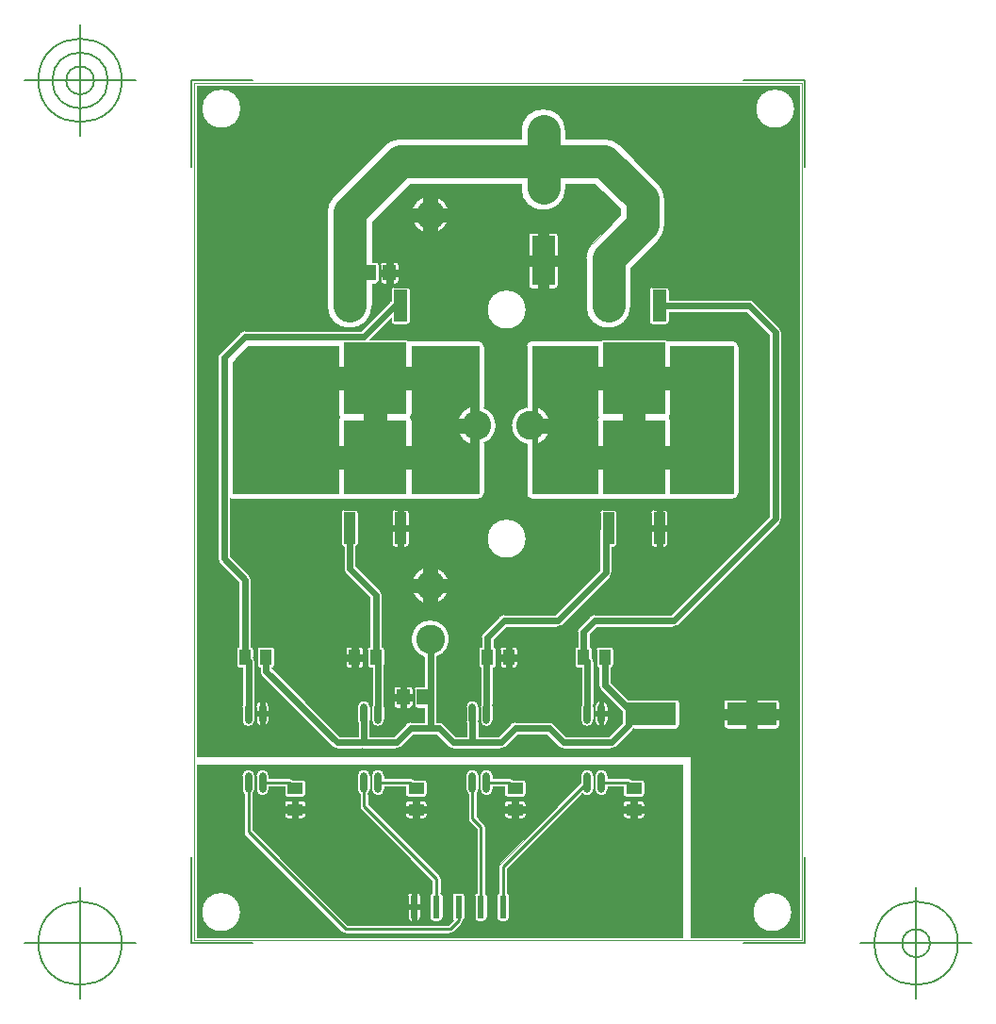
<source format=gbr>
G04 Generated by Ultiboard 14.1 *
%FSLAX34Y34*%
%MOMM*%

%ADD10C,0.0001*%
%ADD11C,0.0010*%
%ADD12C,0.2540*%
%ADD13C,0.6000*%
%ADD14C,3.0000*%
%ADD15C,0.1270*%
%ADD16R,0.6000X2.0000*%
%ADD17R,1.1500X1.4500*%
%ADD18R,1.0500X1.4000*%
%ADD19C,2.6000*%
%ADD20O,0.6500X1.8500*%
%ADD21R,1.4000X1.0500*%
%ADD22R,4.5000X2.1000*%
%ADD23R,1.2500X2.8500*%
%ADD24R,5.5500X6.4000*%
%ADD25R,1.0000X2.8500*%
%ADD26R,5.5500X6.6000*%
%ADD27R,2.1000X4.5000*%


G04 ColorRGB 00FF00 for the following layer *
%LNCopper Top*%
%LPD*%
G54D10*
G36*
X575298Y1249683D02*
X575298Y1249683D01*
X575298Y485157D01*
X477520Y485157D01*
X477520Y647700D01*
X34302Y647700D01*
X34302Y1249683D01*
X575298Y1249683D01*
D02*
G37*
%LPC*%
G36*
X74989Y693991D02*
G74*
D01*
G03X74738Y692320I5431J1671*
G01*
X74738Y692320D01*
X74738Y680320D01*
G75*
D01*
G03X86102Y680320I5682J0*
G01*
X86102Y680320D01*
X86102Y692320D01*
G74*
D01*
G03X85851Y693991I5682J0*
G01*
X85851Y693991D01*
X85851Y733450D01*
G74*
D01*
G03X84937Y736466I5431J0*
G01*
X84937Y736466D01*
X84937Y743600D01*
G74*
D01*
G03X82701Y746010I2417J0*
G01*
X82701Y746010D01*
X82701Y806650D01*
G74*
D01*
G03X81104Y810497I5431J0*
G01*
X81104Y810497D01*
X63851Y827750D01*
X63851Y879387D01*
G75*
D01*
G03X66040Y878886I2189J4533*
G01*
X66040Y878886D01*
X287020Y878886D01*
G75*
D01*
G03X292054Y883920I0J5034*
G01*
X292054Y883920D01*
X292054Y929035D01*
G75*
D01*
G03X292054Y960725I-6174J15845*
G01*
X292054Y960725D01*
X292054Y1016000D01*
G74*
D01*
G03X287020Y1021034I5034J0*
G01*
X287020Y1021034D01*
X223778Y1021034D01*
G74*
D01*
G03X221980Y1021837I1798J1614*
G01*
X221980Y1021837D01*
X188777Y1021837D01*
X208463Y1041523D01*
X208463Y1038170D01*
G75*
D01*
G03X210880Y1035753I2417J0*
G01*
X210880Y1035753D01*
X223380Y1035753D01*
G75*
D01*
G03X225797Y1038170I0J2417*
G01*
X225797Y1038170D01*
X225797Y1066670D01*
G74*
D01*
G03X223380Y1069087I2417J0*
G01*
X223380Y1069087D01*
X210880Y1069087D01*
G75*
D01*
G03X208463Y1066670I0J-2417*
G01*
X208463Y1066670D01*
X208463Y1056796D01*
G74*
D01*
G03X207840Y1056260I3217J4376*
G01*
X207840Y1056260D01*
X181430Y1029851D01*
X77000Y1029851D01*
G75*
D01*
G03X75832Y1029724I0J-5431*
G01*
G74*
D01*
G03X73160Y1028260I1168J5304*
G01*
X73160Y1028260D01*
X54580Y1009680D01*
G75*
D01*
G03X52989Y1005828I3840J-3840*
G01*
X52989Y1005828D01*
X52989Y825509D01*
G75*
D01*
G03X54580Y821660I5431J-9*
G01*
X54580Y821660D01*
X71839Y804400D01*
X71839Y746010D01*
G74*
D01*
G03X69603Y743600I181J2410*
G01*
X69603Y743600D01*
X69603Y729600D01*
G75*
D01*
G03X72020Y727183I2417J0*
G01*
X72020Y727183D01*
X74989Y727183D01*
X74989Y693991D01*
D02*
G37*
G36*
X325338Y1209040D02*
X325338Y1209040D01*
X325338Y1202342D01*
X217040Y1202342D01*
G75*
D01*
G03X215755Y1202301I0J-20102*
G01*
G74*
D01*
G03X202826Y1196454I1285J20061*
G01*
X202826Y1196454D01*
X198807Y1192435D01*
X157116Y1150744D01*
G75*
D01*
G03X151228Y1136504I14214J-14214*
G01*
X151228Y1136504D01*
X151228Y1052420D01*
G75*
D01*
G03X191432Y1052420I20102J0*
G01*
X191432Y1052420D01*
X191432Y1072373D01*
X194870Y1072373D01*
G75*
D01*
G03X197287Y1074790I0J2417*
G01*
X197287Y1074790D01*
X197287Y1089290D01*
G74*
D01*
G03X194870Y1091707I2417J0*
G01*
X194870Y1091707D01*
X191432Y1091707D01*
X191432Y1128204D01*
X225366Y1162138D01*
X325338Y1162138D01*
X325338Y1158240D01*
G75*
D01*
G03X365542Y1158240I20102J0*
G01*
X365542Y1158240D01*
X365542Y1162138D01*
X391854Y1162138D01*
X414238Y1139754D01*
X414238Y1133546D01*
X389606Y1108914D01*
G75*
D01*
G03X383718Y1094679I14214J-14214*
G01*
X383718Y1094679D01*
X383718Y1052420D01*
G75*
D01*
G03X423922Y1052420I20102J0*
G01*
X423922Y1052420D01*
X423922Y1086374D01*
X448542Y1110994D01*
G75*
D01*
G03X454442Y1125220I-14202J14226*
G01*
X454442Y1125220D01*
X454442Y1148080D01*
G74*
D01*
G03X448542Y1162306I20102J0*
G01*
X448542Y1162306D01*
X418413Y1192435D01*
X414406Y1196442D01*
G74*
D01*
G03X400180Y1202342I14226J14202*
G01*
X400180Y1202342D01*
X365542Y1202342D01*
X365542Y1209040D01*
G75*
D01*
G03X325338Y1209040I-20102J0*
G01*
D02*
G37*
G36*
X300550Y727183D02*
G75*
D01*
G03X302967Y729600I0J2417*
G01*
X302967Y729600D01*
X302967Y743600D01*
G74*
D01*
G03X300731Y746010I2417J0*
G01*
X300731Y746010D01*
X300731Y752790D01*
X312130Y764189D01*
X358140Y764189D01*
G74*
D01*
G03X361987Y765786I0J5431*
G01*
X361987Y765786D01*
X405154Y808953D01*
G75*
D01*
G03X406751Y812800I-3834J3847*
G01*
X406751Y812800D01*
X406751Y835913D01*
X408820Y835913D01*
G75*
D01*
G03X411237Y838330I0J2417*
G01*
X411237Y838330D01*
X411237Y866830D01*
G74*
D01*
G03X408820Y869247I2417J0*
G01*
X408820Y869247D01*
X398820Y869247D01*
G75*
D01*
G03X396403Y866830I0J-2417*
G01*
X396403Y866830D01*
X396403Y852387D01*
G75*
D01*
G03X395889Y850073I4917J-2307*
G01*
X395889Y850073D01*
X395889Y815050D01*
X355890Y775051D01*
X309885Y775051D01*
G75*
D01*
G03X306040Y773460I-5J-5431*
G01*
X306040Y773460D01*
X291460Y758880D01*
G75*
D01*
G03X289869Y755033I3840J-3840*
G01*
X289869Y755033D01*
X289869Y746010D01*
G74*
D01*
G03X287633Y743600I181J2410*
G01*
X287633Y743600D01*
X287633Y729600D01*
G75*
D01*
G03X288969Y727439I2417J0*
G01*
X288969Y727439D01*
X288969Y693991D01*
G74*
D01*
G03X288718Y692320I5431J1671*
G01*
X288718Y692320D01*
X288718Y680320D01*
G75*
D01*
G03X300082Y680320I5682J0*
G01*
X300082Y680320D01*
X300082Y692320D01*
G74*
D01*
G03X299831Y693991I5682J0*
G01*
X299831Y693991D01*
X299831Y727183D01*
X300550Y727183D01*
D02*
G37*
G36*
X456268Y1021034D02*
G74*
D01*
G03X454470Y1021837I1798J1614*
G01*
X454470Y1021837D01*
X398970Y1021837D01*
G75*
D01*
G03X397172Y1021034I0J-2417*
G01*
X397172Y1021034D01*
X335280Y1021034D01*
G75*
D01*
G03X330246Y1016000I0J-5034*
G01*
X330246Y1016000D01*
X330246Y961492D01*
G75*
D01*
G03X330246Y928268I3634J-16612*
G01*
X330246Y928268D01*
X330246Y883920D01*
G75*
D01*
G03X335280Y878886I5034J0*
G01*
X335280Y878886D01*
X515620Y878886D01*
G75*
D01*
G03X520654Y883920I0J5034*
G01*
X520654Y883920D01*
X520654Y1016000D01*
G74*
D01*
G03X515620Y1021034I5034J0*
G01*
X515620Y1021034D01*
X456268Y1021034D01*
D02*
G37*
G36*
X202251Y728424D02*
G75*
D01*
G03X202557Y729600I-2111J1176*
G01*
X202557Y729600D01*
X202557Y743600D01*
G74*
D01*
G03X200321Y746010I2417J0*
G01*
X200321Y746010D01*
X200321Y793170D01*
G74*
D01*
G03X198724Y797017I5431J0*
G01*
X198724Y797017D01*
X176761Y818980D01*
X176761Y835952D01*
G75*
D01*
G03X178747Y838330I-431J2378*
G01*
X178747Y838330D01*
X178747Y866830D01*
G74*
D01*
G03X176330Y869247I2417J0*
G01*
X176330Y869247D01*
X166330Y869247D01*
G75*
D01*
G03X163913Y866830I0J-2417*
G01*
X163913Y866830D01*
X163913Y838330D01*
G75*
D01*
G03X165899Y835952I2417J0*
G01*
X165899Y835952D01*
X165899Y816742D01*
G75*
D01*
G03X167490Y812890I5431J-12*
G01*
X167490Y812890D01*
X189459Y790920D01*
X189459Y746010D01*
G74*
D01*
G03X187223Y743600I181J2410*
G01*
X187223Y743600D01*
X187223Y729600D01*
G75*
D01*
G03X189640Y727183I2417J0*
G01*
X189640Y727183D01*
X191389Y727183D01*
X191389Y693991D01*
G74*
D01*
G03X191138Y692320I5431J1671*
G01*
X191138Y692320D01*
X191138Y680320D01*
G75*
D01*
G03X202502Y680320I5682J0*
G01*
X202502Y680320D01*
X202502Y692320D01*
G74*
D01*
G03X202251Y693991I5682J0*
G01*
X202251Y693991D01*
X202251Y728424D01*
D02*
G37*
G36*
X238409Y737126D02*
X238409Y737126D01*
X238409Y710707D01*
X231850Y710707D01*
G75*
D01*
G03X229433Y708290I0J-2417*
G01*
X229433Y708290D01*
X229433Y693790D01*
G75*
D01*
G03X231850Y691373I2417J0*
G01*
X231850Y691373D01*
X238409Y691373D01*
X238409Y678531D01*
X226060Y678531D01*
G75*
D01*
G03X224489Y678299I0J-5431*
G01*
G74*
D01*
G03X222220Y676940I1571J5199*
G01*
X222220Y676940D01*
X211110Y665831D01*
X189551Y665831D01*
X189551Y678649D01*
G75*
D01*
G03X189802Y680320I-5431J1671*
G01*
X189802Y680320D01*
X189802Y692320D01*
G75*
D01*
G03X178438Y692320I-5682J0*
G01*
X178438Y692320D01*
X178438Y680320D01*
G75*
D01*
G03X178689Y678649I5682J0*
G01*
X178689Y678649D01*
X178689Y665831D01*
X162270Y665831D01*
X118579Y709522D01*
X101701Y726400D01*
X101701Y727190D01*
G75*
D01*
G03X103937Y729600I-181J2410*
G01*
X103937Y729600D01*
X103937Y743600D01*
G74*
D01*
G03X101520Y746017I2417J0*
G01*
X101520Y746017D01*
X91020Y746017D01*
G75*
D01*
G03X88603Y743600I0J-2417*
G01*
X88603Y743600D01*
X88603Y729600D01*
G75*
D01*
G03X90839Y727190I2417J0*
G01*
X90839Y727190D01*
X90839Y724161D01*
G75*
D01*
G03X92430Y720310I5431J-11*
G01*
X92430Y720310D01*
X100304Y712435D01*
X156180Y656560D01*
G74*
D01*
G03X158270Y655259I3840J3840*
G01*
G75*
D01*
G03X160020Y654969I1750J5141*
G01*
X160020Y654969D01*
X182872Y654969D01*
G75*
D01*
G03X182888Y654969I8J5431*
G01*
X182888Y654969D01*
X213355Y654969D01*
G75*
D01*
G03X214503Y655090I5J5431*
G01*
G74*
D01*
G03X217207Y656566I1143J5310*
G01*
X217207Y656566D01*
X228310Y667669D01*
X249210Y667669D01*
X260320Y656560D01*
G74*
D01*
G03X262589Y655201I3840J3840*
G01*
G75*
D01*
G03X264160Y654969I1571J5199*
G01*
X264160Y654969D01*
X307335Y654969D01*
G75*
D01*
G03X308483Y655090I5J5431*
G01*
G74*
D01*
G03X311187Y656566I1143J5310*
G01*
X311187Y656566D01*
X322290Y667669D01*
X348270Y667669D01*
X359380Y656560D01*
G74*
D01*
G03X361649Y655201I3840J3840*
G01*
G75*
D01*
G03X363220Y654969I1571J5199*
G01*
X363220Y654969D01*
X406395Y654969D01*
G75*
D01*
G03X407248Y655035I5J5431*
G01*
G74*
D01*
G03X410247Y656566I848J5365*
G01*
X410247Y656566D01*
X425474Y671793D01*
G74*
D01*
G03X426320Y672883I3834J3847*
G01*
X426320Y672883D01*
X465180Y672883D01*
G75*
D01*
G03X467597Y675300I0J2417*
G01*
X467597Y675300D01*
X467597Y696300D01*
G74*
D01*
G03X465180Y698717I2417J0*
G01*
X465180Y698717D01*
X421484Y698717D01*
X406091Y714110D01*
X406091Y727190D01*
G75*
D01*
G03X408327Y729600I-181J2410*
G01*
X408327Y729600D01*
X408327Y743600D01*
G74*
D01*
G03X405910Y746017I2417J0*
G01*
X405910Y746017D01*
X395410Y746017D01*
G75*
D01*
G03X392993Y743600I0J-2417*
G01*
X392993Y743600D01*
X392993Y729600D01*
G75*
D01*
G03X395229Y727190I2417J0*
G01*
X395229Y727190D01*
X395229Y711870D01*
G75*
D01*
G03X396820Y708020I5431J-10*
G01*
X396820Y708020D01*
X416209Y688630D01*
X416209Y677890D01*
X404150Y665831D01*
X365470Y665831D01*
X354367Y676934D01*
G74*
D01*
G03X351663Y678410I3847J3834*
G01*
G75*
D01*
G03X350515Y678531I-1143J-5310*
G01*
X350515Y678531D01*
X320040Y678531D01*
G75*
D01*
G03X318469Y678299I0J-5431*
G01*
G74*
D01*
G03X316200Y676940I1571J5199*
G01*
X316200Y676940D01*
X305090Y665831D01*
X287131Y665831D01*
X287131Y678649D01*
G75*
D01*
G03X287382Y680320I-5431J1671*
G01*
X287382Y680320D01*
X287382Y692320D01*
G75*
D01*
G03X276018Y692320I-5682J0*
G01*
X276018Y692320D01*
X276018Y680320D01*
G75*
D01*
G03X276269Y678649I5682J0*
G01*
X276269Y678649D01*
X276269Y665831D01*
X266410Y665831D01*
X255307Y676934D01*
G74*
D01*
G03X252603Y678410I3847J3834*
G01*
G75*
D01*
G03X251455Y678531I-1143J-5310*
G01*
X251455Y678531D01*
X249271Y678531D01*
X249271Y737126D01*
G75*
D01*
G03X238409Y737126I-5431J16114*
G01*
D02*
G37*
G36*
X390241Y693991D02*
X390241Y693991D01*
X390241Y733450D01*
G74*
D01*
G03X389327Y736466I5431J0*
G01*
X389327Y736466D01*
X389327Y743600D01*
G74*
D01*
G03X387091Y746010I2417J0*
G01*
X387091Y746010D01*
X387091Y757870D01*
X393410Y764189D01*
X462280Y764189D01*
G74*
D01*
G03X466127Y765786I0J5431*
G01*
X466127Y765786D01*
X477455Y777114D01*
X557554Y857213D01*
G75*
D01*
G03X559151Y861060I-3834J3847*
G01*
X559151Y861060D01*
X559151Y1028700D01*
G74*
D01*
G03X557554Y1032547I5431J0*
G01*
X557554Y1032547D01*
X533847Y1056254D01*
G74*
D01*
G03X531729Y1057569I3847J3834*
G01*
G75*
D01*
G03X529993Y1057851I-1729J-5149*
G01*
X529993Y1057851D01*
X458287Y1057851D01*
X458287Y1066670D01*
G74*
D01*
G03X455870Y1069087I2417J0*
G01*
X455870Y1069087D01*
X443370Y1069087D01*
G75*
D01*
G03X440953Y1066670I0J-2417*
G01*
X440953Y1066670D01*
X440953Y1038170D01*
G75*
D01*
G03X443370Y1035753I2417J0*
G01*
X443370Y1035753D01*
X455870Y1035753D01*
G75*
D01*
G03X458287Y1038170I0J2417*
G01*
X458287Y1038170D01*
X458287Y1046989D01*
X527750Y1046989D01*
X548289Y1026450D01*
X548289Y863310D01*
X477455Y792476D01*
X460030Y775051D01*
X391167Y775051D01*
G75*
D01*
G03X387320Y773460I-7J-5431*
G01*
X387320Y773460D01*
X377820Y763960D01*
G75*
D01*
G03X376229Y760111I3840J-3840*
G01*
X376229Y760111D01*
X376229Y746010D01*
G74*
D01*
G03X373993Y743600I181J2410*
G01*
X373993Y743600D01*
X373993Y729600D01*
G75*
D01*
G03X376410Y727183I2417J0*
G01*
X376410Y727183D01*
X379379Y727183D01*
X379379Y693991D01*
G74*
D01*
G03X379128Y692320I5431J1671*
G01*
X379128Y692320D01*
X379128Y680320D01*
G75*
D01*
G03X390492Y680320I5682J0*
G01*
X390492Y680320D01*
X390492Y692320D01*
G74*
D01*
G03X390241Y693991I5682J0*
G01*
D02*
G37*
G36*
X237455Y804109D02*
G75*
D01*
G03X237455Y804109I6385J-2869*
G01*
D02*
G37*
G36*
X237810Y817140D02*
G74*
D01*
G03X227940Y807270I6030J15900*
G01*
X227940Y807270D01*
X237810Y807270D01*
X237810Y817140D01*
D02*
G37*
G36*
X237810Y785340D02*
X237810Y785340D01*
X237810Y795210D01*
X227940Y795210D01*
G74*
D01*
G03X237810Y785340I15900J6030*
G01*
D02*
G37*
G36*
X237455Y1137109D02*
G75*
D01*
G03X237455Y1137109I6385J-2869*
G01*
D02*
G37*
G36*
X237810Y1150140D02*
G74*
D01*
G03X227940Y1140270I6030J15900*
G01*
X227940Y1140270D01*
X237810Y1140270D01*
X237810Y1150140D01*
D02*
G37*
G36*
X237810Y1118340D02*
X237810Y1118340D01*
X237810Y1128210D01*
X227940Y1128210D01*
G74*
D01*
G03X237810Y1118340I15900J6030*
G01*
D02*
G37*
G36*
X536175Y1229360D02*
G75*
D01*
G03X536175Y1229360I17545J0*
G01*
D02*
G37*
G36*
X225350Y710707D02*
X225350Y710707D01*
X222496Y710707D01*
X222496Y703936D01*
X227767Y703936D01*
X227767Y708290D01*
G74*
D01*
G03X225350Y710707I2417J0*
G01*
D02*
G37*
G36*
X211433Y693790D02*
G75*
D01*
G03X213850Y691373I2417J0*
G01*
X213850Y691373D01*
X216704Y691373D01*
X216704Y698144D01*
X211433Y698144D01*
X211433Y693790D01*
D02*
G37*
G36*
X225350Y691373D02*
G75*
D01*
G03X227767Y693790I0J2417*
G01*
X227767Y693790D01*
X227767Y698144D01*
X222496Y698144D01*
X222496Y691373D01*
X225350Y691373D01*
D02*
G37*
G36*
X213850Y710707D02*
G75*
D01*
G03X211433Y708290I0J-2417*
G01*
X211433Y708290D01*
X211433Y703936D01*
X216704Y703936D01*
X216704Y710707D01*
X213850Y710707D01*
D02*
G37*
G36*
X399525Y675007D02*
G75*
D01*
G03X403192Y680320I-2015J5313*
G01*
X403192Y680320D01*
X403192Y684305D01*
X399525Y684305D01*
X399525Y675007D01*
D02*
G37*
G36*
X403192Y692320D02*
G74*
D01*
G03X399525Y697633I5682J0*
G01*
X399525Y697633D01*
X399525Y688335D01*
X403192Y688335D01*
X403192Y692320D01*
D02*
G37*
G36*
X395495Y697633D02*
G74*
D01*
G03X391828Y692320I2015J5313*
G01*
X391828Y692320D01*
X391828Y688335D01*
X395495Y688335D01*
X395495Y697633D01*
D02*
G37*
G36*
X391828Y680320D02*
G75*
D01*
G03X395495Y675007I5682J0*
G01*
X395495Y675007D01*
X395495Y684305D01*
X391828Y684305D01*
X391828Y680320D01*
D02*
G37*
G36*
X38575Y1229360D02*
G75*
D01*
G03X38575Y1229360I17545J0*
G01*
D02*
G37*
G36*
X95135Y675007D02*
G75*
D01*
G03X98802Y680320I-2015J5313*
G01*
X98802Y680320D01*
X98802Y684305D01*
X95135Y684305D01*
X95135Y675007D01*
D02*
G37*
G36*
X87438Y680320D02*
G75*
D01*
G03X91105Y675007I5682J0*
G01*
X91105Y675007D01*
X91105Y684305D01*
X87438Y684305D01*
X87438Y680320D01*
D02*
G37*
G36*
X98802Y692320D02*
G74*
D01*
G03X95135Y697633I5682J0*
G01*
X95135Y697633D01*
X95135Y688335D01*
X98802Y688335D01*
X98802Y692320D01*
D02*
G37*
G36*
X91105Y697633D02*
G74*
D01*
G03X87438Y692320I2015J5313*
G01*
X87438Y692320D01*
X87438Y688335D01*
X91105Y688335D01*
X91105Y697633D01*
D02*
G37*
G36*
X557597Y696300D02*
G74*
D01*
G03X555180Y698717I2417J0*
G01*
X555180Y698717D01*
X537260Y698717D01*
X537260Y690380D01*
X557597Y690380D01*
X557597Y696300D01*
D02*
G37*
G36*
X533635Y508000D02*
G75*
D01*
G03X533635Y508000I17545J0*
G01*
D02*
G37*
G36*
X507763Y675300D02*
G75*
D01*
G03X510180Y672883I2417J0*
G01*
X510180Y672883D01*
X528100Y672883D01*
X528100Y681220D01*
X507763Y681220D01*
X507763Y675300D01*
D02*
G37*
G36*
X557597Y675300D02*
X557597Y675300D01*
X557597Y681220D01*
X537260Y681220D01*
X537260Y672883D01*
X555180Y672883D01*
G75*
D01*
G03X557597Y675300I0J2417*
G01*
D02*
G37*
G36*
X510180Y698717D02*
G75*
D01*
G03X507763Y696300I0J-2417*
G01*
X507763Y696300D01*
X507763Y690380D01*
X528100Y690380D01*
X528100Y698717D01*
X510180Y698717D01*
D02*
G37*
G36*
X181140Y727183D02*
G75*
D01*
G03X183557Y729600I0J2417*
G01*
X183557Y729600D01*
X183557Y733881D01*
X178609Y733881D01*
X178609Y727183D01*
X181140Y727183D01*
D02*
G37*
G36*
X170640Y746017D02*
G75*
D01*
G03X168223Y743600I0J-2417*
G01*
X168223Y743600D01*
X168223Y739319D01*
X173171Y739319D01*
X173171Y746017D01*
X170640Y746017D01*
D02*
G37*
G36*
X181140Y746017D02*
X181140Y746017D01*
X178609Y746017D01*
X178609Y739319D01*
X183557Y739319D01*
X183557Y743600D01*
G74*
D01*
G03X181140Y746017I2417J0*
G01*
D02*
G37*
G36*
X168223Y729600D02*
G75*
D01*
G03X170640Y727183I2417J0*
G01*
X170640Y727183D01*
X173171Y727183D01*
X173171Y733881D01*
X168223Y733881D01*
X168223Y729600D01*
D02*
G37*
G36*
X222130Y835913D02*
G75*
D01*
G03X224547Y838330I0J2417*
G01*
X224547Y838330D01*
X224547Y849950D01*
X219760Y849950D01*
X219760Y835913D01*
X222130Y835913D01*
D02*
G37*
G36*
X212130Y835913D02*
X212130Y835913D01*
X214500Y835913D01*
X214500Y849950D01*
X209713Y849950D01*
X209713Y838330D01*
G75*
D01*
G03X212130Y835913I2417J0*
G01*
D02*
G37*
G36*
X212130Y869247D02*
G75*
D01*
G03X209713Y866830I0J-2417*
G01*
X209713Y866830D01*
X209713Y855210D01*
X214500Y855210D01*
X214500Y869247D01*
X212130Y869247D01*
D02*
G37*
G36*
X224547Y866830D02*
G74*
D01*
G03X222130Y869247I2417J0*
G01*
X222130Y869247D01*
X219760Y869247D01*
X219760Y855210D01*
X224547Y855210D01*
X224547Y866830D01*
D02*
G37*
G36*
X201370Y1072373D02*
X201370Y1072373D01*
X204224Y1072373D01*
X204224Y1079144D01*
X198953Y1079144D01*
X198953Y1074790D01*
G75*
D01*
G03X201370Y1072373I2417J0*
G01*
D02*
G37*
G36*
X212870Y1072373D02*
G75*
D01*
G03X215287Y1074790I0J2417*
G01*
X215287Y1074790D01*
X215287Y1079144D01*
X210016Y1079144D01*
X210016Y1072373D01*
X212870Y1072373D01*
D02*
G37*
G36*
X201370Y1091707D02*
G75*
D01*
G03X198953Y1089290I0J-2417*
G01*
X198953Y1089290D01*
X198953Y1084936D01*
X204224Y1084936D01*
X204224Y1091707D01*
X201370Y1091707D01*
D02*
G37*
G36*
X215287Y1089290D02*
G74*
D01*
G03X212870Y1091707I2417J0*
G01*
X212870Y1091707D01*
X210016Y1091707D01*
X210016Y1084936D01*
X215287Y1084936D01*
X215287Y1089290D01*
D02*
G37*
G36*
X309050Y746017D02*
G75*
D01*
G03X306633Y743600I0J-2417*
G01*
X306633Y743600D01*
X306633Y739319D01*
X311581Y739319D01*
X311581Y746017D01*
X309050Y746017D01*
D02*
G37*
G36*
X321967Y743600D02*
G74*
D01*
G03X319550Y746017I2417J0*
G01*
X319550Y746017D01*
X317019Y746017D01*
X317019Y739319D01*
X321967Y739319D01*
X321967Y743600D01*
D02*
G37*
G36*
X319550Y727183D02*
G75*
D01*
G03X321967Y729600I0J2417*
G01*
X321967Y729600D01*
X321967Y733881D01*
X317019Y733881D01*
X317019Y727183D01*
X319550Y727183D01*
D02*
G37*
G36*
X309050Y727183D02*
X309050Y727183D01*
X311581Y727183D01*
X311581Y733881D01*
X306633Y733881D01*
X306633Y729600D01*
G75*
D01*
G03X309050Y727183I2417J0*
G01*
D02*
G37*
G36*
X259740Y795210D02*
X259740Y795210D01*
X249870Y795210D01*
X249870Y785340D01*
G74*
D01*
G03X259740Y795210I6030J15900*
G01*
D02*
G37*
G36*
X249870Y817140D02*
X249870Y817140D01*
X249870Y807270D01*
X259740Y807270D01*
G74*
D01*
G03X249870Y817140I15900J6030*
G01*
D02*
G37*
G36*
X294875Y843280D02*
G75*
D01*
G03X294875Y843280I17545J0*
G01*
D02*
G37*
G36*
X454620Y835913D02*
G75*
D01*
G03X457037Y838330I0J2417*
G01*
X457037Y838330D01*
X457037Y849950D01*
X452250Y849950D01*
X452250Y835913D01*
X454620Y835913D01*
D02*
G37*
G36*
X444620Y835913D02*
X444620Y835913D01*
X446990Y835913D01*
X446990Y849950D01*
X442203Y849950D01*
X442203Y838330D01*
G75*
D01*
G03X444620Y835913I2417J0*
G01*
D02*
G37*
G36*
X444620Y869247D02*
G75*
D01*
G03X442203Y866830I0J-2417*
G01*
X442203Y866830D01*
X442203Y855210D01*
X446990Y855210D01*
X446990Y869247D01*
X444620Y869247D01*
D02*
G37*
G36*
X457037Y866830D02*
G74*
D01*
G03X454620Y869247I2417J0*
G01*
X454620Y869247D01*
X452250Y869247D01*
X452250Y855210D01*
X457037Y855210D01*
X457037Y866830D01*
D02*
G37*
G36*
X294875Y1049020D02*
G75*
D01*
G03X294875Y1049020I17545J0*
G01*
D02*
G37*
G36*
X334940Y1068003D02*
X334940Y1068003D01*
X340860Y1068003D01*
X340860Y1088340D01*
X332523Y1088340D01*
X332523Y1070420D01*
G75*
D01*
G03X334940Y1068003I2417J0*
G01*
D02*
G37*
G36*
X355940Y1068003D02*
G75*
D01*
G03X358357Y1070420I0J2417*
G01*
X358357Y1070420D01*
X358357Y1088340D01*
X350020Y1088340D01*
X350020Y1068003D01*
X355940Y1068003D01*
D02*
G37*
G36*
X334940Y1117837D02*
G75*
D01*
G03X332523Y1115420I0J-2417*
G01*
X332523Y1115420D01*
X332523Y1097500D01*
X340860Y1097500D01*
X340860Y1117837D01*
X334940Y1117837D01*
D02*
G37*
G36*
X358357Y1115420D02*
G74*
D01*
G03X355940Y1117837I2417J0*
G01*
X355940Y1117837D01*
X350020Y1117837D01*
X350020Y1097500D01*
X358357Y1097500D01*
X358357Y1115420D01*
D02*
G37*
G36*
X259740Y1128210D02*
X259740Y1128210D01*
X249870Y1128210D01*
X249870Y1118340D01*
G74*
D01*
G03X259740Y1128210I6030J15900*
G01*
D02*
G37*
G36*
X249870Y1150140D02*
X249870Y1150140D01*
X249870Y1140270D01*
X259740Y1140270D01*
G74*
D01*
G03X249870Y1150140I15900J6030*
G01*
D02*
G37*
%LPD*%
G36*
X469900Y485157D02*
X469900Y485157D01*
X469900Y640080D01*
X34302Y640080D01*
X34302Y485157D01*
X469900Y485157D01*
D02*
G37*
%LPC*%
G36*
X264336Y490055D02*
G74*
D01*
G02X262752Y489098I2716J2705*
G01*
G75*
D01*
G02X261614Y488927I-1132J3662*
G01*
X261614Y488927D01*
X167640Y488927D01*
G75*
D01*
G02X166901Y488998I0J3833*
G01*
G74*
D01*
G02X164929Y490049I739J3762*
G01*
X164929Y490049D01*
X77709Y577269D01*
G75*
D01*
G02X76587Y579991I2711J2711*
G01*
X76587Y579991D01*
X76587Y613937D01*
G75*
D01*
G02X74597Y618320I3833J4383*
G01*
X74597Y618320D01*
X74597Y630320D01*
G75*
D01*
G02X86243Y630320I5823J0*
G01*
X86243Y630320D01*
X86243Y618320D01*
G75*
D01*
G02X84253Y613937I-5823J0*
G01*
X84253Y613937D01*
X84253Y581568D01*
X169228Y496593D01*
X260032Y496593D01*
X264411Y500972D01*
G75*
D01*
G02X263683Y502760I1829J1788*
G01*
X263683Y502760D01*
X263683Y522760D01*
G75*
D01*
G02X266240Y525317I2557J0*
G01*
X266240Y525317D01*
X272240Y525317D01*
G74*
D01*
G02X274797Y522760I0J2557*
G01*
X274797Y522760D01*
X274797Y502760D01*
G75*
D01*
G02X273073Y500342I-2557J0*
G01*
G74*
D01*
G02X271945Y497664I3833J38*
G01*
X271945Y497664D01*
X267105Y492823D01*
X267015Y492734D01*
X264336Y490055D01*
D02*
G37*
G36*
X433720Y626907D02*
G74*
D01*
G02X436277Y624350I0J2557*
G01*
X436277Y624350D01*
X436277Y613850D01*
G75*
D01*
G02X433720Y611293I-2557J0*
G01*
X433720Y611293D01*
X419720Y611293D01*
G75*
D01*
G02X417163Y613850I0J2557*
G01*
X417163Y613850D01*
X417163Y620487D01*
X403333Y620487D01*
X403333Y618320D01*
G75*
D01*
G02X391687Y618320I-5823J0*
G01*
X391687Y618320D01*
X391687Y630320D01*
G75*
D01*
G02X403333Y630320I5823J0*
G01*
X403333Y630320D01*
X403333Y628153D01*
X421500Y628153D01*
G74*
D01*
G02X424216Y627025I0J3833*
G01*
X424216Y627025D01*
X424334Y626907D01*
X433720Y626907D01*
D02*
G37*
G36*
X285533Y613937D02*
X285533Y613937D01*
X285533Y593648D01*
X291945Y587236D01*
G74*
D01*
G02X293073Y584520I2705J2716*
G01*
X293073Y584520D01*
X293073Y525178D01*
G74*
D01*
G02X294797Y522760I833J2418*
G01*
X294797Y522760D01*
X294797Y502760D01*
G75*
D01*
G02X292240Y500203I-2557J0*
G01*
X292240Y500203D01*
X286240Y500203D01*
G75*
D01*
G02X283683Y502760I0J2557*
G01*
X283683Y502760D01*
X283683Y522760D01*
G74*
D01*
G02X285407Y525178I2557J0*
G01*
X285407Y525178D01*
X285407Y582932D01*
X278989Y589349D01*
G75*
D01*
G02X277867Y592070I2711J2711*
G01*
X277867Y592070D01*
X277867Y613937D01*
G75*
D01*
G02X275877Y618320I3833J4383*
G01*
X275877Y618320D01*
X275877Y630320D01*
G75*
D01*
G02X287523Y630320I5823J0*
G01*
X287523Y630320D01*
X287523Y618320D01*
G75*
D01*
G02X285533Y613937I-5823J0*
G01*
D02*
G37*
G36*
X380413Y614502D02*
X380413Y614502D01*
X313073Y547162D01*
X313073Y525178D01*
G74*
D01*
G02X314797Y522760I833J2418*
G01*
X314797Y522760D01*
X314797Y502760D01*
G75*
D01*
G02X312240Y500203I-2557J0*
G01*
X312240Y500203D01*
X306240Y500203D01*
G75*
D01*
G02X303683Y502760I0J2557*
G01*
X303683Y502760D01*
X303683Y522760D01*
G74*
D01*
G02X305407Y525178I2557J0*
G01*
X305407Y525178D01*
X305407Y548741D01*
G75*
D01*
G02X306529Y551461I3833J9*
G01*
X306529Y551461D01*
X378987Y623918D01*
X378987Y630320D01*
G75*
D01*
G02X390633Y630320I5823J0*
G01*
X390633Y630320D01*
X390633Y618320D01*
G75*
D01*
G02X380413Y614502I-5823J0*
G01*
D02*
G37*
G36*
X310483Y594850D02*
X310483Y594850D01*
X310483Y597331D01*
X317271Y597331D01*
X317271Y592293D01*
X313040Y592293D01*
G75*
D01*
G02X310483Y594850I0J2557*
G01*
D02*
G37*
G36*
X329597Y594850D02*
G75*
D01*
G02X327040Y592293I-2557J0*
G01*
X327040Y592293D01*
X322809Y592293D01*
X322809Y597331D01*
X329597Y597331D01*
X329597Y594850D01*
D02*
G37*
G36*
X417163Y594850D02*
X417163Y594850D01*
X417163Y597331D01*
X423951Y597331D01*
X423951Y592293D01*
X419720Y592293D01*
G75*
D01*
G02X417163Y594850I0J2557*
G01*
D02*
G37*
G36*
X436277Y594850D02*
G75*
D01*
G02X433720Y592293I-2557J0*
G01*
X433720Y592293D01*
X429489Y592293D01*
X429489Y597331D01*
X436277Y597331D01*
X436277Y594850D01*
D02*
G37*
G36*
X300223Y618320D02*
G75*
D01*
G02X288577Y618320I-5823J0*
G01*
X288577Y618320D01*
X288577Y630320D01*
G75*
D01*
G02X300223Y630320I5823J0*
G01*
X300223Y630320D01*
X300223Y628153D01*
X314820Y628153D01*
G74*
D01*
G02X317536Y627025I0J3833*
G01*
X317536Y627025D01*
X317654Y626907D01*
X327040Y626907D01*
G74*
D01*
G02X329597Y624350I0J2557*
G01*
X329597Y624350D01*
X329597Y613850D01*
G75*
D01*
G02X327040Y611293I-2557J0*
G01*
X327040Y611293D01*
X313040Y611293D01*
G75*
D01*
G02X310483Y613850I0J2557*
G01*
X310483Y613850D01*
X310483Y620487D01*
X300223Y620487D01*
X300223Y618320D01*
D02*
G37*
G36*
X313040Y607907D02*
X313040Y607907D01*
X317271Y607907D01*
X317271Y602869D01*
X310483Y602869D01*
X310483Y605350D01*
G75*
D01*
G02X313040Y607907I2557J0*
G01*
D02*
G37*
G36*
X329597Y605350D02*
X329597Y605350D01*
X329597Y602869D01*
X322809Y602869D01*
X322809Y607907D01*
X327040Y607907D01*
G74*
D01*
G02X329597Y605350I0J2557*
G01*
D02*
G37*
G36*
X419720Y607907D02*
X419720Y607907D01*
X423951Y607907D01*
X423951Y602869D01*
X417163Y602869D01*
X417163Y605350D01*
G75*
D01*
G02X419720Y607907I2557J0*
G01*
D02*
G37*
G36*
X436277Y605350D02*
X436277Y605350D01*
X436277Y602869D01*
X429489Y602869D01*
X429489Y607907D01*
X433720Y607907D01*
G74*
D01*
G02X436277Y605350I0J2557*
G01*
D02*
G37*
G36*
X238110Y626907D02*
G74*
D01*
G02X240667Y624350I0J2557*
G01*
X240667Y624350D01*
X240667Y613850D01*
G75*
D01*
G02X238110Y611293I-2557J0*
G01*
X238110Y611293D01*
X224110Y611293D01*
G75*
D01*
G02X221553Y613850I0J2557*
G01*
X221553Y613850D01*
X221553Y620487D01*
X202643Y620487D01*
X202643Y618320D01*
G75*
D01*
G02X190997Y618320I-5823J0*
G01*
X190997Y618320D01*
X190997Y630320D01*
G75*
D01*
G02X202643Y630320I5823J0*
G01*
X202643Y630320D01*
X202643Y628153D01*
X225890Y628153D01*
G74*
D01*
G02X228606Y627025I0J3833*
G01*
X228606Y627025D01*
X228724Y626907D01*
X238110Y626907D01*
D02*
G37*
G36*
X38335Y508000D02*
G75*
D01*
G02X38335Y508000I17545J0*
G01*
D02*
G37*
G36*
X226240Y525317D02*
X226240Y525317D01*
X227269Y525317D01*
X227269Y514731D01*
X223683Y514731D01*
X223683Y522760D01*
G75*
D01*
G02X226240Y525317I2557J0*
G01*
D02*
G37*
G36*
X234797Y522760D02*
X234797Y522760D01*
X234797Y514731D01*
X231211Y514731D01*
X231211Y525317D01*
X232240Y525317D01*
G74*
D01*
G02X234797Y522760I0J2557*
G01*
D02*
G37*
G36*
X232240Y500203D02*
X232240Y500203D01*
X231211Y500203D01*
X231211Y510789D01*
X234797Y510789D01*
X234797Y502760D01*
G75*
D01*
G02X232240Y500203I-2557J0*
G01*
D02*
G37*
G36*
X226240Y500203D02*
G75*
D01*
G02X223683Y502760I0J2557*
G01*
X223683Y502760D01*
X223683Y510789D01*
X227269Y510789D01*
X227269Y500203D01*
X226240Y500203D01*
D02*
G37*
G36*
X187953Y613937D02*
X187953Y613937D01*
X187953Y604868D01*
X251945Y540876D01*
G74*
D01*
G02X253073Y538160I2705J2716*
G01*
X253073Y538160D01*
X253073Y525178D01*
G74*
D01*
G02X254797Y522760I833J2418*
G01*
X254797Y522760D01*
X254797Y502760D01*
G75*
D01*
G02X252240Y500203I-2557J0*
G01*
X252240Y500203D01*
X246240Y500203D01*
G75*
D01*
G02X243683Y502760I0J2557*
G01*
X243683Y502760D01*
X243683Y522760D01*
G74*
D01*
G02X245407Y525178I2557J0*
G01*
X245407Y525178D01*
X245407Y536572D01*
X181409Y600569D01*
G75*
D01*
G02X180287Y603288I2711J2711*
G01*
X180287Y603288D01*
X180287Y613937D01*
G75*
D01*
G02X178297Y618320I3833J4383*
G01*
X178297Y618320D01*
X178297Y630320D01*
G75*
D01*
G02X189943Y630320I5823J0*
G01*
X189943Y630320D01*
X189943Y618320D01*
G75*
D01*
G02X187953Y613937I-5823J0*
G01*
D02*
G37*
G36*
X112773Y594850D02*
X112773Y594850D01*
X112773Y597331D01*
X119561Y597331D01*
X119561Y592293D01*
X115330Y592293D01*
G75*
D01*
G02X112773Y594850I0J2557*
G01*
D02*
G37*
G36*
X131887Y594850D02*
G75*
D01*
G02X129330Y592293I-2557J0*
G01*
X129330Y592293D01*
X125099Y592293D01*
X125099Y597331D01*
X131887Y597331D01*
X131887Y594850D01*
D02*
G37*
G36*
X240667Y594850D02*
G75*
D01*
G02X238110Y592293I-2557J0*
G01*
X238110Y592293D01*
X233879Y592293D01*
X233879Y597331D01*
X240667Y597331D01*
X240667Y594850D01*
D02*
G37*
G36*
X221553Y594850D02*
X221553Y594850D01*
X221553Y597331D01*
X228341Y597331D01*
X228341Y592293D01*
X224110Y592293D01*
G75*
D01*
G02X221553Y594850I0J2557*
G01*
D02*
G37*
G36*
X98943Y618320D02*
G75*
D01*
G02X87297Y618320I-5823J0*
G01*
X87297Y618320D01*
X87297Y630320D01*
G75*
D01*
G02X98943Y630320I5823J0*
G01*
X98943Y630320D01*
X98943Y628153D01*
X117110Y628153D01*
G74*
D01*
G02X119826Y627025I0J3833*
G01*
X119826Y627025D01*
X119944Y626907D01*
X129330Y626907D01*
G74*
D01*
G02X131887Y624350I0J2557*
G01*
X131887Y624350D01*
X131887Y613850D01*
G75*
D01*
G02X129330Y611293I-2557J0*
G01*
X129330Y611293D01*
X115330Y611293D01*
G75*
D01*
G02X112773Y613850I0J2557*
G01*
X112773Y613850D01*
X112773Y620487D01*
X98943Y620487D01*
X98943Y618320D01*
D02*
G37*
G36*
X115330Y607907D02*
X115330Y607907D01*
X119561Y607907D01*
X119561Y602869D01*
X112773Y602869D01*
X112773Y605350D01*
G75*
D01*
G02X115330Y607907I2557J0*
G01*
D02*
G37*
G36*
X131887Y605350D02*
X131887Y605350D01*
X131887Y602869D01*
X125099Y602869D01*
X125099Y607907D01*
X129330Y607907D01*
G74*
D01*
G02X131887Y605350I0J2557*
G01*
D02*
G37*
G36*
X240667Y605350D02*
X240667Y605350D01*
X240667Y602869D01*
X233879Y602869D01*
X233879Y607907D01*
X238110Y607907D01*
G74*
D01*
G02X240667Y605350I0J2557*
G01*
D02*
G37*
G36*
X224110Y607907D02*
X224110Y607907D01*
X228341Y607907D01*
X228341Y602869D01*
X221553Y602869D01*
X221553Y605350D01*
G75*
D01*
G02X224110Y607907I2557J0*
G01*
D02*
G37*
%LPD*%
G36*
X287020Y937973D02*
X287020Y937973D01*
X287020Y883920D01*
X227009Y883920D01*
X227009Y906570D01*
X204240Y906570D01*
X204240Y883920D01*
X184220Y883920D01*
X184220Y906570D01*
X161451Y906570D01*
X161451Y883920D01*
X66464Y883920D01*
X66464Y1001268D01*
X72662Y1008707D01*
X79956Y1016000D01*
X161451Y1016000D01*
X161451Y997430D01*
X184220Y997430D01*
X184220Y1016000D01*
X204240Y1016000D01*
X204240Y997430D01*
X227009Y997430D01*
X227009Y1016000D01*
X287020Y1016000D01*
X287020Y951787D01*
G75*
D01*
G03X287020Y937973I-1140J-6907*
G01*
D02*
G37*
%LPC*%
G36*
X269045Y951265D02*
X269045Y951265D01*
X279495Y951265D01*
X279495Y961715D01*
G74*
D01*
G03X269045Y951265I6385J16835*
G01*
D02*
G37*
G36*
X279495Y928045D02*
X279495Y928045D01*
X279495Y938495D01*
X269045Y938495D01*
G74*
D01*
G03X279495Y928045I16835J6385*
G01*
D02*
G37*
G36*
X227009Y949580D02*
G74*
D01*
G03X226075Y952500I5029J0*
G01*
G75*
D01*
G03X227009Y955420I-4095J2920*
G01*
X227009Y955420D01*
X227009Y977410D01*
X204240Y977410D01*
X204240Y926590D01*
X227009Y926590D01*
X227009Y949580D01*
D02*
G37*
G36*
X162385Y952500D02*
G74*
D01*
G03X161451Y949580I4095J2920*
G01*
X161451Y949580D01*
X161451Y926590D01*
X184220Y926590D01*
X184220Y977410D01*
X161451Y977410D01*
X161451Y955420D01*
G75*
D01*
G03X162385Y952500I5029J0*
G01*
D02*
G37*
%LPD*%
G36*
X335280Y951739D02*
X335280Y951739D01*
X335280Y1016000D01*
X393941Y1016000D01*
X393941Y997430D01*
X416710Y997430D01*
X416710Y1016000D01*
X436730Y1016000D01*
X436730Y997430D01*
X459499Y997430D01*
X459499Y1016000D01*
X515620Y1016000D01*
X515620Y883920D01*
X459499Y883920D01*
X459499Y906570D01*
X436730Y906570D01*
X436730Y883920D01*
X416710Y883920D01*
X416710Y906570D01*
X393941Y906570D01*
X393941Y883920D01*
X335280Y883920D01*
X335280Y938021D01*
G75*
D01*
G03X335280Y951739I-1400J6859*
G01*
D02*
G37*
%LPC*%
G36*
X340265Y961715D02*
X340265Y961715D01*
X340265Y951265D01*
X350715Y951265D01*
G74*
D01*
G03X340265Y961715I16835J6385*
G01*
D02*
G37*
G36*
X350715Y938495D02*
X350715Y938495D01*
X340265Y938495D01*
X340265Y928045D01*
G74*
D01*
G03X350715Y938495I6385J16835*
G01*
D02*
G37*
G36*
X459499Y949580D02*
G74*
D01*
G03X458565Y952500I5029J0*
G01*
G75*
D01*
G03X459499Y955420I-4095J2920*
G01*
X459499Y955420D01*
X459499Y977410D01*
X436730Y977410D01*
X436730Y926590D01*
X459499Y926590D01*
X459499Y949580D01*
D02*
G37*
G36*
X394875Y952500D02*
G74*
D01*
G03X393941Y949580I4095J2920*
G01*
X393941Y949580D01*
X393941Y926590D01*
X416710Y926590D01*
X416710Y977410D01*
X393941Y977410D01*
X393941Y955420D01*
G75*
D01*
G03X394875Y952500I5029J0*
G01*
D02*
G37*
%LPD*%
G54D11*
X74989Y693991D02*
G74*
D01*
G03X74738Y692320I5431J1671*
G01*
X74738Y680320D01*
G75*
D01*
G03X86102Y680320I5682J0*
G01*
X86102Y692320D01*
G74*
D01*
G03X85851Y693991I5682J0*
G01*
X85851Y733450D01*
G74*
D01*
G03X84937Y736466I5431J0*
G01*
X84937Y743600D01*
G74*
D01*
G03X82701Y746010I2417J0*
G01*
X82701Y806650D01*
G74*
D01*
G03X81104Y810497I5431J0*
G01*
X63851Y827750D01*
X63851Y879387D01*
G75*
D01*
G03X66040Y878886I2189J4533*
G01*
X287020Y878886D01*
G75*
D01*
G03X292054Y883920I0J5034*
G01*
X292054Y929035D01*
G75*
D01*
G03X292054Y960725I-6174J15845*
G01*
X292054Y1016000D01*
G74*
D01*
G03X287020Y1021034I5034J0*
G01*
X223778Y1021034D01*
G74*
D01*
G03X221980Y1021837I1798J1614*
G01*
X188777Y1021837D01*
X208463Y1041523D01*
X208463Y1038170D01*
G75*
D01*
G03X210880Y1035753I2417J0*
G01*
X223380Y1035753D01*
G75*
D01*
G03X225797Y1038170I0J2417*
G01*
X225797Y1066670D01*
G74*
D01*
G03X223380Y1069087I2417J0*
G01*
X210880Y1069087D01*
G75*
D01*
G03X208463Y1066670I0J-2417*
G01*
X208463Y1056796D01*
G74*
D01*
G03X207840Y1056260I3217J4376*
G01*
X181430Y1029851D01*
X77000Y1029851D01*
G75*
D01*
G03X75832Y1029724I0J-5431*
G01*
G74*
D01*
G03X73160Y1028260I1168J5304*
G01*
X54580Y1009680D01*
G75*
D01*
G03X52989Y1005828I3840J-3840*
G01*
X52989Y825509D01*
G75*
D01*
G03X54580Y821660I5431J-9*
G01*
X71839Y804400D01*
X71839Y746010D01*
G74*
D01*
G03X69603Y743600I181J2410*
G01*
X69603Y729600D01*
G75*
D01*
G03X72020Y727183I2417J0*
G01*
X74989Y727183D01*
X74989Y693991D01*
X325338Y1209040D02*
X325338Y1202342D01*
X217040Y1202342D01*
G75*
D01*
G03X215755Y1202301I0J-20102*
G01*
G74*
D01*
G03X202826Y1196454I1285J20061*
G01*
X198807Y1192435D01*
X157116Y1150744D01*
G75*
D01*
G03X151228Y1136504I14214J-14214*
G01*
X151228Y1052420D01*
G75*
D01*
G03X191432Y1052420I20102J0*
G01*
X191432Y1072373D01*
X194870Y1072373D01*
G75*
D01*
G03X197287Y1074790I0J2417*
G01*
X197287Y1089290D01*
G74*
D01*
G03X194870Y1091707I2417J0*
G01*
X191432Y1091707D01*
X191432Y1128204D01*
X225366Y1162138D01*
X325338Y1162138D01*
X325338Y1158240D01*
G75*
D01*
G03X365542Y1158240I20102J0*
G01*
X365542Y1162138D01*
X391854Y1162138D01*
X414238Y1139754D01*
X414238Y1133546D01*
X389606Y1108914D01*
G75*
D01*
G03X383718Y1094679I14214J-14214*
G01*
X383718Y1052420D01*
G75*
D01*
G03X423922Y1052420I20102J0*
G01*
X423922Y1086374D01*
X448542Y1110994D01*
G75*
D01*
G03X454442Y1125220I-14202J14226*
G01*
X454442Y1148080D01*
G74*
D01*
G03X448542Y1162306I20102J0*
G01*
X418413Y1192435D01*
X414406Y1196442D01*
G74*
D01*
G03X400180Y1202342I14226J14202*
G01*
X365542Y1202342D01*
X365542Y1209040D01*
G75*
D01*
G03X325338Y1209040I-20102J0*
G01*
X300550Y727183D02*
G75*
D01*
G03X302967Y729600I0J2417*
G01*
X302967Y743600D01*
G74*
D01*
G03X300731Y746010I2417J0*
G01*
X300731Y752790D01*
X312130Y764189D01*
X358140Y764189D01*
G74*
D01*
G03X361987Y765786I0J5431*
G01*
X405154Y808953D01*
G75*
D01*
G03X406751Y812800I-3834J3847*
G01*
X406751Y835913D01*
X408820Y835913D01*
G75*
D01*
G03X411237Y838330I0J2417*
G01*
X411237Y866830D01*
G74*
D01*
G03X408820Y869247I2417J0*
G01*
X398820Y869247D01*
G75*
D01*
G03X396403Y866830I0J-2417*
G01*
X396403Y852387D01*
G75*
D01*
G03X395889Y850073I4917J-2307*
G01*
X395889Y815050D01*
X355890Y775051D01*
X309885Y775051D01*
G75*
D01*
G03X306040Y773460I-5J-5431*
G01*
X291460Y758880D01*
G75*
D01*
G03X289869Y755033I3840J-3840*
G01*
X289869Y746010D01*
G74*
D01*
G03X287633Y743600I181J2410*
G01*
X287633Y729600D01*
G75*
D01*
G03X288969Y727439I2417J0*
G01*
X288969Y693991D01*
G74*
D01*
G03X288718Y692320I5431J1671*
G01*
X288718Y680320D01*
G75*
D01*
G03X300082Y680320I5682J0*
G01*
X300082Y692320D01*
G74*
D01*
G03X299831Y693991I5682J0*
G01*
X299831Y727183D01*
X300550Y727183D01*
X456268Y1021034D02*
G74*
D01*
G03X454470Y1021837I1798J1614*
G01*
X398970Y1021837D01*
G75*
D01*
G03X397172Y1021034I0J-2417*
G01*
X335280Y1021034D01*
G75*
D01*
G03X330246Y1016000I0J-5034*
G01*
X330246Y961492D01*
G75*
D01*
G03X330246Y928268I3634J-16612*
G01*
X330246Y883920D01*
G75*
D01*
G03X335280Y878886I5034J0*
G01*
X515620Y878886D01*
G75*
D01*
G03X520654Y883920I0J5034*
G01*
X520654Y1016000D01*
G74*
D01*
G03X515620Y1021034I5034J0*
G01*
X456268Y1021034D01*
X202251Y728424D02*
G75*
D01*
G03X202557Y729600I-2111J1176*
G01*
X202557Y743600D01*
G74*
D01*
G03X200321Y746010I2417J0*
G01*
X200321Y793170D01*
G74*
D01*
G03X198724Y797017I5431J0*
G01*
X176761Y818980D01*
X176761Y835952D01*
G75*
D01*
G03X178747Y838330I-431J2378*
G01*
X178747Y866830D01*
G74*
D01*
G03X176330Y869247I2417J0*
G01*
X166330Y869247D01*
G75*
D01*
G03X163913Y866830I0J-2417*
G01*
X163913Y838330D01*
G75*
D01*
G03X165899Y835952I2417J0*
G01*
X165899Y816742D01*
G75*
D01*
G03X167490Y812890I5431J-12*
G01*
X189459Y790920D01*
X189459Y746010D01*
G74*
D01*
G03X187223Y743600I181J2410*
G01*
X187223Y729600D01*
G75*
D01*
G03X189640Y727183I2417J0*
G01*
X191389Y727183D01*
X191389Y693991D01*
G74*
D01*
G03X191138Y692320I5431J1671*
G01*
X191138Y680320D01*
G75*
D01*
G03X202502Y680320I5682J0*
G01*
X202502Y692320D01*
G74*
D01*
G03X202251Y693991I5682J0*
G01*
X202251Y728424D01*
X238409Y737126D02*
X238409Y710707D01*
X231850Y710707D01*
G75*
D01*
G03X229433Y708290I0J-2417*
G01*
X229433Y693790D01*
G75*
D01*
G03X231850Y691373I2417J0*
G01*
X238409Y691373D01*
X238409Y678531D01*
X226060Y678531D01*
G75*
D01*
G03X224489Y678299I0J-5431*
G01*
G74*
D01*
G03X222220Y676940I1571J5199*
G01*
X211110Y665831D01*
X189551Y665831D01*
X189551Y678649D01*
G75*
D01*
G03X189802Y680320I-5431J1671*
G01*
X189802Y692320D01*
G75*
D01*
G03X178438Y692320I-5682J0*
G01*
X178438Y680320D01*
G75*
D01*
G03X178689Y678649I5682J0*
G01*
X178689Y665831D01*
X162270Y665831D01*
X118579Y709522D01*
X101701Y726400D01*
X101701Y727190D01*
G75*
D01*
G03X103937Y729600I-181J2410*
G01*
X103937Y743600D01*
G74*
D01*
G03X101520Y746017I2417J0*
G01*
X91020Y746017D01*
G75*
D01*
G03X88603Y743600I0J-2417*
G01*
X88603Y729600D01*
G75*
D01*
G03X90839Y727190I2417J0*
G01*
X90839Y724161D01*
G75*
D01*
G03X92430Y720310I5431J-11*
G01*
X100304Y712435D01*
X156180Y656560D01*
G74*
D01*
G03X158270Y655259I3840J3840*
G01*
G75*
D01*
G03X160020Y654969I1750J5141*
G01*
X182872Y654969D01*
G75*
D01*
G03X182888Y654969I8J5431*
G01*
X213355Y654969D01*
G75*
D01*
G03X214503Y655090I5J5431*
G01*
G74*
D01*
G03X217207Y656566I1143J5310*
G01*
X228310Y667669D01*
X249210Y667669D01*
X260320Y656560D01*
G74*
D01*
G03X262589Y655201I3840J3840*
G01*
G75*
D01*
G03X264160Y654969I1571J5199*
G01*
X307335Y654969D01*
G75*
D01*
G03X308483Y655090I5J5431*
G01*
G74*
D01*
G03X311187Y656566I1143J5310*
G01*
X322290Y667669D01*
X348270Y667669D01*
X359380Y656560D01*
G74*
D01*
G03X361649Y655201I3840J3840*
G01*
G75*
D01*
G03X363220Y654969I1571J5199*
G01*
X406395Y654969D01*
G75*
D01*
G03X407248Y655035I5J5431*
G01*
G74*
D01*
G03X410247Y656566I848J5365*
G01*
X425474Y671793D01*
G74*
D01*
G03X426320Y672883I3834J3847*
G01*
X465180Y672883D01*
G75*
D01*
G03X467597Y675300I0J2417*
G01*
X467597Y696300D01*
G74*
D01*
G03X465180Y698717I2417J0*
G01*
X421484Y698717D01*
X406091Y714110D01*
X406091Y727190D01*
G75*
D01*
G03X408327Y729600I-181J2410*
G01*
X408327Y743600D01*
G74*
D01*
G03X405910Y746017I2417J0*
G01*
X395410Y746017D01*
G75*
D01*
G03X392993Y743600I0J-2417*
G01*
X392993Y729600D01*
G75*
D01*
G03X395229Y727190I2417J0*
G01*
X395229Y711870D01*
G75*
D01*
G03X396820Y708020I5431J-10*
G01*
X416209Y688630D01*
X416209Y677890D01*
X404150Y665831D01*
X365470Y665831D01*
X354367Y676934D01*
G74*
D01*
G03X351663Y678410I3847J3834*
G01*
G75*
D01*
G03X350515Y678531I-1143J-5310*
G01*
X320040Y678531D01*
G75*
D01*
G03X318469Y678299I0J-5431*
G01*
G74*
D01*
G03X316200Y676940I1571J5199*
G01*
X305090Y665831D01*
X287131Y665831D01*
X287131Y678649D01*
G75*
D01*
G03X287382Y680320I-5431J1671*
G01*
X287382Y692320D01*
G75*
D01*
G03X276018Y692320I-5682J0*
G01*
X276018Y680320D01*
G75*
D01*
G03X276269Y678649I5682J0*
G01*
X276269Y665831D01*
X266410Y665831D01*
X255307Y676934D01*
G74*
D01*
G03X252603Y678410I3847J3834*
G01*
G75*
D01*
G03X251455Y678531I-1143J-5310*
G01*
X249271Y678531D01*
X249271Y737126D01*
G75*
D01*
G03X238409Y737126I-5431J16114*
G01*
X390241Y693991D02*
X390241Y733450D01*
G74*
D01*
G03X389327Y736466I5431J0*
G01*
X389327Y743600D01*
G74*
D01*
G03X387091Y746010I2417J0*
G01*
X387091Y757870D01*
X393410Y764189D01*
X462280Y764189D01*
G74*
D01*
G03X466127Y765786I0J5431*
G01*
X477455Y777114D01*
X557554Y857213D01*
G75*
D01*
G03X559151Y861060I-3834J3847*
G01*
X559151Y1028700D01*
G74*
D01*
G03X557554Y1032547I5431J0*
G01*
X533847Y1056254D01*
G74*
D01*
G03X531729Y1057569I3847J3834*
G01*
G75*
D01*
G03X529993Y1057851I-1729J-5149*
G01*
X458287Y1057851D01*
X458287Y1066670D01*
G74*
D01*
G03X455870Y1069087I2417J0*
G01*
X443370Y1069087D01*
G75*
D01*
G03X440953Y1066670I0J-2417*
G01*
X440953Y1038170D01*
G75*
D01*
G03X443370Y1035753I2417J0*
G01*
X455870Y1035753D01*
G75*
D01*
G03X458287Y1038170I0J2417*
G01*
X458287Y1046989D01*
X527750Y1046989D01*
X548289Y1026450D01*
X548289Y863310D01*
X477455Y792476D01*
X460030Y775051D01*
X391167Y775051D01*
G75*
D01*
G03X387320Y773460I-7J-5431*
G01*
X377820Y763960D01*
G75*
D01*
G03X376229Y760111I3840J-3840*
G01*
X376229Y746010D01*
G74*
D01*
G03X373993Y743600I181J2410*
G01*
X373993Y729600D01*
G75*
D01*
G03X376410Y727183I2417J0*
G01*
X379379Y727183D01*
X379379Y693991D01*
G74*
D01*
G03X379128Y692320I5431J1671*
G01*
X379128Y680320D01*
G75*
D01*
G03X390492Y680320I5682J0*
G01*
X390492Y692320D01*
G74*
D01*
G03X390241Y693991I5682J0*
G01*
X237455Y804109D02*
G75*
D01*
G03X237455Y804109I6385J-2869*
G01*
X237810Y817140D02*
G74*
D01*
G03X227940Y807270I6030J15900*
G01*
X237810Y807270D01*
X237810Y817140D01*
X237810Y785340D02*
X237810Y795210D01*
X227940Y795210D01*
G74*
D01*
G03X237810Y785340I15900J6030*
G01*
X237455Y1137109D02*
G75*
D01*
G03X237455Y1137109I6385J-2869*
G01*
X237810Y1150140D02*
G74*
D01*
G03X227940Y1140270I6030J15900*
G01*
X237810Y1140270D01*
X237810Y1150140D01*
X237810Y1118340D02*
X237810Y1128210D01*
X227940Y1128210D01*
G74*
D01*
G03X237810Y1118340I15900J6030*
G01*
X536175Y1229360D02*
G75*
D01*
G03X536175Y1229360I17545J0*
G01*
X225350Y710707D02*
X222496Y710707D01*
X222496Y703936D01*
X227767Y703936D01*
X227767Y708290D01*
G74*
D01*
G03X225350Y710707I2417J0*
G01*
X211433Y693790D02*
G75*
D01*
G03X213850Y691373I2417J0*
G01*
X216704Y691373D01*
X216704Y698144D01*
X211433Y698144D01*
X211433Y693790D01*
X225350Y691373D02*
G75*
D01*
G03X227767Y693790I0J2417*
G01*
X227767Y698144D01*
X222496Y698144D01*
X222496Y691373D01*
X225350Y691373D01*
X213850Y710707D02*
G75*
D01*
G03X211433Y708290I0J-2417*
G01*
X211433Y703936D01*
X216704Y703936D01*
X216704Y710707D01*
X213850Y710707D01*
X399525Y675007D02*
G75*
D01*
G03X403192Y680320I-2015J5313*
G01*
X403192Y684305D01*
X399525Y684305D01*
X399525Y675007D01*
X403192Y692320D02*
G74*
D01*
G03X399525Y697633I5682J0*
G01*
X399525Y688335D01*
X403192Y688335D01*
X403192Y692320D01*
X395495Y697633D02*
G74*
D01*
G03X391828Y692320I2015J5313*
G01*
X391828Y688335D01*
X395495Y688335D01*
X395495Y697633D01*
X391828Y680320D02*
G75*
D01*
G03X395495Y675007I5682J0*
G01*
X395495Y684305D01*
X391828Y684305D01*
X391828Y680320D01*
X38575Y1229360D02*
G75*
D01*
G03X38575Y1229360I17545J0*
G01*
X95135Y675007D02*
G75*
D01*
G03X98802Y680320I-2015J5313*
G01*
X98802Y684305D01*
X95135Y684305D01*
X95135Y675007D01*
X87438Y680320D02*
G75*
D01*
G03X91105Y675007I5682J0*
G01*
X91105Y684305D01*
X87438Y684305D01*
X87438Y680320D01*
X98802Y692320D02*
G74*
D01*
G03X95135Y697633I5682J0*
G01*
X95135Y688335D01*
X98802Y688335D01*
X98802Y692320D01*
X91105Y697633D02*
G74*
D01*
G03X87438Y692320I2015J5313*
G01*
X87438Y688335D01*
X91105Y688335D01*
X91105Y697633D01*
X557597Y696300D02*
G74*
D01*
G03X555180Y698717I2417J0*
G01*
X537260Y698717D01*
X537260Y690380D01*
X557597Y690380D01*
X557597Y696300D01*
X533635Y508000D02*
G75*
D01*
G03X533635Y508000I17545J0*
G01*
X507763Y675300D02*
G75*
D01*
G03X510180Y672883I2417J0*
G01*
X528100Y672883D01*
X528100Y681220D01*
X507763Y681220D01*
X507763Y675300D01*
X557597Y675300D02*
X557597Y681220D01*
X537260Y681220D01*
X537260Y672883D01*
X555180Y672883D01*
G75*
D01*
G03X557597Y675300I0J2417*
G01*
X510180Y698717D02*
G75*
D01*
G03X507763Y696300I0J-2417*
G01*
X507763Y690380D01*
X528100Y690380D01*
X528100Y698717D01*
X510180Y698717D01*
X181140Y727183D02*
G75*
D01*
G03X183557Y729600I0J2417*
G01*
X183557Y733881D01*
X178609Y733881D01*
X178609Y727183D01*
X181140Y727183D01*
X170640Y746017D02*
G75*
D01*
G03X168223Y743600I0J-2417*
G01*
X168223Y739319D01*
X173171Y739319D01*
X173171Y746017D01*
X170640Y746017D01*
X181140Y746017D02*
X178609Y746017D01*
X178609Y739319D01*
X183557Y739319D01*
X183557Y743600D01*
G74*
D01*
G03X181140Y746017I2417J0*
G01*
X168223Y729600D02*
G75*
D01*
G03X170640Y727183I2417J0*
G01*
X173171Y727183D01*
X173171Y733881D01*
X168223Y733881D01*
X168223Y729600D01*
X222130Y835913D02*
G75*
D01*
G03X224547Y838330I0J2417*
G01*
X224547Y849950D01*
X219760Y849950D01*
X219760Y835913D01*
X222130Y835913D01*
X212130Y835913D02*
X214500Y835913D01*
X214500Y849950D01*
X209713Y849950D01*
X209713Y838330D01*
G75*
D01*
G03X212130Y835913I2417J0*
G01*
X212130Y869247D02*
G75*
D01*
G03X209713Y866830I0J-2417*
G01*
X209713Y855210D01*
X214500Y855210D01*
X214500Y869247D01*
X212130Y869247D01*
X224547Y866830D02*
G74*
D01*
G03X222130Y869247I2417J0*
G01*
X219760Y869247D01*
X219760Y855210D01*
X224547Y855210D01*
X224547Y866830D01*
X201370Y1072373D02*
X204224Y1072373D01*
X204224Y1079144D01*
X198953Y1079144D01*
X198953Y1074790D01*
G75*
D01*
G03X201370Y1072373I2417J0*
G01*
X212870Y1072373D02*
G75*
D01*
G03X215287Y1074790I0J2417*
G01*
X215287Y1079144D01*
X210016Y1079144D01*
X210016Y1072373D01*
X212870Y1072373D01*
X201370Y1091707D02*
G75*
D01*
G03X198953Y1089290I0J-2417*
G01*
X198953Y1084936D01*
X204224Y1084936D01*
X204224Y1091707D01*
X201370Y1091707D01*
X215287Y1089290D02*
G74*
D01*
G03X212870Y1091707I2417J0*
G01*
X210016Y1091707D01*
X210016Y1084936D01*
X215287Y1084936D01*
X215287Y1089290D01*
X309050Y746017D02*
G75*
D01*
G03X306633Y743600I0J-2417*
G01*
X306633Y739319D01*
X311581Y739319D01*
X311581Y746017D01*
X309050Y746017D01*
X321967Y743600D02*
G74*
D01*
G03X319550Y746017I2417J0*
G01*
X317019Y746017D01*
X317019Y739319D01*
X321967Y739319D01*
X321967Y743600D01*
X319550Y727183D02*
G75*
D01*
G03X321967Y729600I0J2417*
G01*
X321967Y733881D01*
X317019Y733881D01*
X317019Y727183D01*
X319550Y727183D01*
X309050Y727183D02*
X311581Y727183D01*
X311581Y733881D01*
X306633Y733881D01*
X306633Y729600D01*
G75*
D01*
G03X309050Y727183I2417J0*
G01*
X259740Y795210D02*
X249870Y795210D01*
X249870Y785340D01*
G74*
D01*
G03X259740Y795210I6030J15900*
G01*
X249870Y817140D02*
X249870Y807270D01*
X259740Y807270D01*
G74*
D01*
G03X249870Y817140I15900J6030*
G01*
X294875Y843280D02*
G75*
D01*
G03X294875Y843280I17545J0*
G01*
X454620Y835913D02*
G75*
D01*
G03X457037Y838330I0J2417*
G01*
X457037Y849950D01*
X452250Y849950D01*
X452250Y835913D01*
X454620Y835913D01*
X444620Y835913D02*
X446990Y835913D01*
X446990Y849950D01*
X442203Y849950D01*
X442203Y838330D01*
G75*
D01*
G03X444620Y835913I2417J0*
G01*
X444620Y869247D02*
G75*
D01*
G03X442203Y866830I0J-2417*
G01*
X442203Y855210D01*
X446990Y855210D01*
X446990Y869247D01*
X444620Y869247D01*
X457037Y866830D02*
G74*
D01*
G03X454620Y869247I2417J0*
G01*
X452250Y869247D01*
X452250Y855210D01*
X457037Y855210D01*
X457037Y866830D01*
X294875Y1049020D02*
G75*
D01*
G03X294875Y1049020I17545J0*
G01*
X334940Y1068003D02*
X340860Y1068003D01*
X340860Y1088340D01*
X332523Y1088340D01*
X332523Y1070420D01*
G75*
D01*
G03X334940Y1068003I2417J0*
G01*
X355940Y1068003D02*
G75*
D01*
G03X358357Y1070420I0J2417*
G01*
X358357Y1088340D01*
X350020Y1088340D01*
X350020Y1068003D01*
X355940Y1068003D01*
X334940Y1117837D02*
G75*
D01*
G03X332523Y1115420I0J-2417*
G01*
X332523Y1097500D01*
X340860Y1097500D01*
X340860Y1117837D01*
X334940Y1117837D01*
X358357Y1115420D02*
G74*
D01*
G03X355940Y1117837I2417J0*
G01*
X350020Y1117837D01*
X350020Y1097500D01*
X358357Y1097500D01*
X358357Y1115420D01*
X259740Y1128210D02*
X249870Y1128210D01*
X249870Y1118340D01*
G74*
D01*
G03X259740Y1128210I6030J15900*
G01*
X249870Y1150140D02*
X249870Y1140270D01*
X259740Y1140270D01*
G74*
D01*
G03X249870Y1150140I15900J6030*
G01*
X575298Y1249683D02*
X575298Y485157D01*
X477520Y485157D01*
X477520Y647700D01*
X34302Y647700D01*
X34302Y1249683D01*
X575298Y1249683D01*
X264336Y490055D02*
G74*
D01*
G02X262752Y489098I2716J2705*
G01*
G75*
D01*
G02X261614Y488927I-1132J3662*
G01*
X167640Y488927D01*
G75*
D01*
G02X166901Y488998I0J3833*
G01*
G74*
D01*
G02X164929Y490049I739J3762*
G01*
X77709Y577269D01*
G75*
D01*
G02X76587Y579991I2711J2711*
G01*
X76587Y613937D01*
G75*
D01*
G02X74597Y618320I3833J4383*
G01*
X74597Y630320D01*
G75*
D01*
G02X86243Y630320I5823J0*
G01*
X86243Y618320D01*
G75*
D01*
G02X84253Y613937I-5823J0*
G01*
X84253Y581568D01*
X169228Y496593D01*
X260032Y496593D01*
X264411Y500972D01*
G75*
D01*
G02X263683Y502760I1829J1788*
G01*
X263683Y522760D01*
G75*
D01*
G02X266240Y525317I2557J0*
G01*
X272240Y525317D01*
G74*
D01*
G02X274797Y522760I0J2557*
G01*
X274797Y502760D01*
G75*
D01*
G02X273073Y500342I-2557J0*
G01*
G74*
D01*
G02X271945Y497664I3833J38*
G01*
X267105Y492823D01*
X267015Y492734D01*
X264336Y490055D01*
X433720Y626907D02*
G74*
D01*
G02X436277Y624350I0J2557*
G01*
X436277Y613850D01*
G75*
D01*
G02X433720Y611293I-2557J0*
G01*
X419720Y611293D01*
G75*
D01*
G02X417163Y613850I0J2557*
G01*
X417163Y620487D01*
X403333Y620487D01*
X403333Y618320D01*
G75*
D01*
G02X391687Y618320I-5823J0*
G01*
X391687Y630320D01*
G75*
D01*
G02X403333Y630320I5823J0*
G01*
X403333Y628153D01*
X421500Y628153D01*
G74*
D01*
G02X424216Y627025I0J3833*
G01*
X424334Y626907D01*
X433720Y626907D01*
X285533Y613937D02*
X285533Y593648D01*
X291945Y587236D01*
G74*
D01*
G02X293073Y584520I2705J2716*
G01*
X293073Y525178D01*
G74*
D01*
G02X294797Y522760I833J2418*
G01*
X294797Y502760D01*
G75*
D01*
G02X292240Y500203I-2557J0*
G01*
X286240Y500203D01*
G75*
D01*
G02X283683Y502760I0J2557*
G01*
X283683Y522760D01*
G74*
D01*
G02X285407Y525178I2557J0*
G01*
X285407Y582932D01*
X278989Y589349D01*
G75*
D01*
G02X277867Y592070I2711J2711*
G01*
X277867Y613937D01*
G75*
D01*
G02X275877Y618320I3833J4383*
G01*
X275877Y630320D01*
G75*
D01*
G02X287523Y630320I5823J0*
G01*
X287523Y618320D01*
G75*
D01*
G02X285533Y613937I-5823J0*
G01*
X380413Y614502D02*
X313073Y547162D01*
X313073Y525178D01*
G74*
D01*
G02X314797Y522760I833J2418*
G01*
X314797Y502760D01*
G75*
D01*
G02X312240Y500203I-2557J0*
G01*
X306240Y500203D01*
G75*
D01*
G02X303683Y502760I0J2557*
G01*
X303683Y522760D01*
G74*
D01*
G02X305407Y525178I2557J0*
G01*
X305407Y548741D01*
G75*
D01*
G02X306529Y551461I3833J9*
G01*
X378987Y623918D01*
X378987Y630320D01*
G75*
D01*
G02X390633Y630320I5823J0*
G01*
X390633Y618320D01*
G75*
D01*
G02X380413Y614502I-5823J0*
G01*
X310483Y594850D02*
X310483Y597331D01*
X317271Y597331D01*
X317271Y592293D01*
X313040Y592293D01*
G75*
D01*
G02X310483Y594850I0J2557*
G01*
X329597Y594850D02*
G75*
D01*
G02X327040Y592293I-2557J0*
G01*
X322809Y592293D01*
X322809Y597331D01*
X329597Y597331D01*
X329597Y594850D01*
X417163Y594850D02*
X417163Y597331D01*
X423951Y597331D01*
X423951Y592293D01*
X419720Y592293D01*
G75*
D01*
G02X417163Y594850I0J2557*
G01*
X436277Y594850D02*
G75*
D01*
G02X433720Y592293I-2557J0*
G01*
X429489Y592293D01*
X429489Y597331D01*
X436277Y597331D01*
X436277Y594850D01*
X300223Y618320D02*
G75*
D01*
G02X288577Y618320I-5823J0*
G01*
X288577Y630320D01*
G75*
D01*
G02X300223Y630320I5823J0*
G01*
X300223Y628153D01*
X314820Y628153D01*
G74*
D01*
G02X317536Y627025I0J3833*
G01*
X317654Y626907D01*
X327040Y626907D01*
G74*
D01*
G02X329597Y624350I0J2557*
G01*
X329597Y613850D01*
G75*
D01*
G02X327040Y611293I-2557J0*
G01*
X313040Y611293D01*
G75*
D01*
G02X310483Y613850I0J2557*
G01*
X310483Y620487D01*
X300223Y620487D01*
X300223Y618320D01*
X313040Y607907D02*
X317271Y607907D01*
X317271Y602869D01*
X310483Y602869D01*
X310483Y605350D01*
G75*
D01*
G02X313040Y607907I2557J0*
G01*
X329597Y605350D02*
X329597Y602869D01*
X322809Y602869D01*
X322809Y607907D01*
X327040Y607907D01*
G74*
D01*
G02X329597Y605350I0J2557*
G01*
X419720Y607907D02*
X423951Y607907D01*
X423951Y602869D01*
X417163Y602869D01*
X417163Y605350D01*
G75*
D01*
G02X419720Y607907I2557J0*
G01*
X436277Y605350D02*
X436277Y602869D01*
X429489Y602869D01*
X429489Y607907D01*
X433720Y607907D01*
G74*
D01*
G02X436277Y605350I0J2557*
G01*
X238110Y626907D02*
G74*
D01*
G02X240667Y624350I0J2557*
G01*
X240667Y613850D01*
G75*
D01*
G02X238110Y611293I-2557J0*
G01*
X224110Y611293D01*
G75*
D01*
G02X221553Y613850I0J2557*
G01*
X221553Y620487D01*
X202643Y620487D01*
X202643Y618320D01*
G75*
D01*
G02X190997Y618320I-5823J0*
G01*
X190997Y630320D01*
G75*
D01*
G02X202643Y630320I5823J0*
G01*
X202643Y628153D01*
X225890Y628153D01*
G74*
D01*
G02X228606Y627025I0J3833*
G01*
X228724Y626907D01*
X238110Y626907D01*
X38335Y508000D02*
G75*
D01*
G02X38335Y508000I17545J0*
G01*
X226240Y525317D02*
X227269Y525317D01*
X227269Y514731D01*
X223683Y514731D01*
X223683Y522760D01*
G75*
D01*
G02X226240Y525317I2557J0*
G01*
X234797Y522760D02*
X234797Y514731D01*
X231211Y514731D01*
X231211Y525317D01*
X232240Y525317D01*
G74*
D01*
G02X234797Y522760I0J2557*
G01*
X232240Y500203D02*
X231211Y500203D01*
X231211Y510789D01*
X234797Y510789D01*
X234797Y502760D01*
G75*
D01*
G02X232240Y500203I-2557J0*
G01*
X226240Y500203D02*
G75*
D01*
G02X223683Y502760I0J2557*
G01*
X223683Y510789D01*
X227269Y510789D01*
X227269Y500203D01*
X226240Y500203D01*
X187953Y613937D02*
X187953Y604868D01*
X251945Y540876D01*
G74*
D01*
G02X253073Y538160I2705J2716*
G01*
X253073Y525178D01*
G74*
D01*
G02X254797Y522760I833J2418*
G01*
X254797Y502760D01*
G75*
D01*
G02X252240Y500203I-2557J0*
G01*
X246240Y500203D01*
G75*
D01*
G02X243683Y502760I0J2557*
G01*
X243683Y522760D01*
G74*
D01*
G02X245407Y525178I2557J0*
G01*
X245407Y536572D01*
X181409Y600569D01*
G75*
D01*
G02X180287Y603288I2711J2711*
G01*
X180287Y613937D01*
G75*
D01*
G02X178297Y618320I3833J4383*
G01*
X178297Y630320D01*
G75*
D01*
G02X189943Y630320I5823J0*
G01*
X189943Y618320D01*
G75*
D01*
G02X187953Y613937I-5823J0*
G01*
X112773Y594850D02*
X112773Y597331D01*
X119561Y597331D01*
X119561Y592293D01*
X115330Y592293D01*
G75*
D01*
G02X112773Y594850I0J2557*
G01*
X131887Y594850D02*
G75*
D01*
G02X129330Y592293I-2557J0*
G01*
X125099Y592293D01*
X125099Y597331D01*
X131887Y597331D01*
X131887Y594850D01*
X240667Y594850D02*
G75*
D01*
G02X238110Y592293I-2557J0*
G01*
X233879Y592293D01*
X233879Y597331D01*
X240667Y597331D01*
X240667Y594850D01*
X221553Y594850D02*
X221553Y597331D01*
X228341Y597331D01*
X228341Y592293D01*
X224110Y592293D01*
G75*
D01*
G02X221553Y594850I0J2557*
G01*
X98943Y618320D02*
G75*
D01*
G02X87297Y618320I-5823J0*
G01*
X87297Y630320D01*
G75*
D01*
G02X98943Y630320I5823J0*
G01*
X98943Y628153D01*
X117110Y628153D01*
G74*
D01*
G02X119826Y627025I0J3833*
G01*
X119944Y626907D01*
X129330Y626907D01*
G74*
D01*
G02X131887Y624350I0J2557*
G01*
X131887Y613850D01*
G75*
D01*
G02X129330Y611293I-2557J0*
G01*
X115330Y611293D01*
G75*
D01*
G02X112773Y613850I0J2557*
G01*
X112773Y620487D01*
X98943Y620487D01*
X98943Y618320D01*
X115330Y607907D02*
X119561Y607907D01*
X119561Y602869D01*
X112773Y602869D01*
X112773Y605350D01*
G75*
D01*
G02X115330Y607907I2557J0*
G01*
X131887Y605350D02*
X131887Y602869D01*
X125099Y602869D01*
X125099Y607907D01*
X129330Y607907D01*
G74*
D01*
G02X131887Y605350I0J2557*
G01*
X240667Y605350D02*
X240667Y602869D01*
X233879Y602869D01*
X233879Y607907D01*
X238110Y607907D01*
G74*
D01*
G02X240667Y605350I0J2557*
G01*
X224110Y607907D02*
X228341Y607907D01*
X228341Y602869D01*
X221553Y602869D01*
X221553Y605350D01*
G75*
D01*
G02X224110Y607907I2557J0*
G01*
X469900Y485157D02*
X469900Y640080D01*
X34302Y640080D01*
X34302Y485157D01*
X469900Y485157D01*
X340265Y961715D02*
X340265Y951265D01*
X350715Y951265D01*
G74*
D01*
G03X340265Y961715I16835J6385*
G01*
X350715Y938495D02*
X340265Y938495D01*
X340265Y928045D01*
G74*
D01*
G03X350715Y938495I6385J16835*
G01*
X459499Y949580D02*
G74*
D01*
G03X458565Y952500I5029J0*
G01*
G75*
D01*
G03X459499Y955420I-4095J2920*
G01*
X459499Y977410D01*
X436730Y977410D01*
X436730Y926590D01*
X459499Y926590D01*
X459499Y949580D01*
X394875Y952500D02*
G74*
D01*
G03X393941Y949580I4095J2920*
G01*
X393941Y926590D01*
X416710Y926590D01*
X416710Y977410D01*
X393941Y977410D01*
X393941Y955420D01*
G75*
D01*
G03X394875Y952500I5029J0*
G01*
X335280Y951739D02*
X335280Y1016000D01*
X393941Y1016000D01*
X393941Y997430D01*
X416710Y997430D01*
X416710Y1016000D01*
X436730Y1016000D01*
X436730Y997430D01*
X459499Y997430D01*
X459499Y1016000D01*
X515620Y1016000D01*
X515620Y883920D01*
X459499Y883920D01*
X459499Y906570D01*
X436730Y906570D01*
X436730Y883920D01*
X416710Y883920D01*
X416710Y906570D01*
X393941Y906570D01*
X393941Y883920D01*
X335280Y883920D01*
X335280Y938021D01*
G75*
D01*
G03X335280Y951739I-1400J6859*
G01*
X269045Y951265D02*
X279495Y951265D01*
X279495Y961715D01*
G74*
D01*
G03X269045Y951265I6385J16835*
G01*
X279495Y928045D02*
X279495Y938495D01*
X269045Y938495D01*
G74*
D01*
G03X279495Y928045I16835J6385*
G01*
X227009Y949580D02*
G74*
D01*
G03X226075Y952500I5029J0*
G01*
G75*
D01*
G03X227009Y955420I-4095J2920*
G01*
X227009Y977410D01*
X204240Y977410D01*
X204240Y926590D01*
X227009Y926590D01*
X227009Y949580D01*
X162385Y952500D02*
G74*
D01*
G03X161451Y949580I4095J2920*
G01*
X161451Y926590D01*
X184220Y926590D01*
X184220Y977410D01*
X161451Y977410D01*
X161451Y955420D01*
G75*
D01*
G03X162385Y952500I5029J0*
G01*
X287020Y937973D02*
X287020Y883920D01*
X227009Y883920D01*
X227009Y906570D01*
X204240Y906570D01*
X204240Y883920D01*
X184220Y883920D01*
X184220Y906570D01*
X161451Y906570D01*
X161451Y883920D01*
X66464Y883920D01*
X66464Y1001268D01*
X72662Y1008707D01*
X79956Y1016000D01*
X161451Y1016000D01*
X161451Y997430D01*
X184220Y997430D01*
X184220Y1016000D01*
X204240Y1016000D01*
X204240Y997430D01*
X227009Y997430D01*
X227009Y1016000D01*
X287020Y1016000D01*
X287020Y951787D01*
G75*
D01*
G03X287020Y937973I-1140J-6907*
G01*
X31744Y482600D02*
X577856Y482600D01*
X577856Y1252241D01*
X31744Y1252241D01*
X31744Y482600D01*
G54D12*
X421500Y624320D02*
X426720Y619100D01*
X397510Y624320D02*
X421500Y624320D01*
X225890Y624320D02*
X231110Y619100D01*
X196820Y624320D02*
X225890Y624320D01*
X184120Y624320D02*
X184120Y603280D01*
X249240Y538160D01*
X249240Y512760D01*
X384810Y624320D02*
X309240Y548750D01*
X309240Y512760D01*
X80420Y579980D02*
X80420Y624320D01*
X269240Y500380D02*
X261620Y492760D01*
X269240Y512760D02*
X269240Y500380D01*
X167640Y492760D02*
X80420Y579980D01*
X261620Y492760D02*
X167640Y492760D01*
X93120Y624320D02*
X117110Y624320D01*
X122330Y619100D01*
X289240Y512760D02*
X289240Y584520D01*
X281700Y592060D01*
X281700Y624320D01*
X294400Y624320D02*
X314820Y624320D01*
X320040Y619100D01*
G54D13*
X384810Y686320D02*
X384810Y733450D01*
X381660Y736600D01*
X194890Y793170D02*
X171330Y816730D01*
X171330Y852580D01*
X194890Y736600D02*
X194890Y793170D01*
X196820Y686320D02*
X196820Y734670D01*
X194890Y736600D01*
X553720Y861060D02*
X553720Y1028700D01*
X530000Y1052420D01*
X449620Y1052420D01*
X211680Y1052420D02*
X183680Y1024420D01*
X217130Y1052420D02*
X211680Y1052420D01*
X77270Y806650D02*
X77270Y736600D01*
X80420Y686320D02*
X80420Y733450D01*
X77270Y736600D01*
X381660Y736600D02*
X381660Y760120D01*
X391160Y769620D01*
X462280Y769620D01*
X553720Y861060D01*
X294400Y686320D02*
X294400Y735700D01*
X295300Y736600D02*
X295300Y755040D01*
X309880Y769620D01*
X358140Y769620D01*
X401320Y812800D01*
X401320Y850080D01*
X403820Y852580D01*
X243840Y753240D02*
X243840Y673100D01*
X251460Y673100D02*
X226060Y673100D01*
X264160Y660400D02*
X251460Y673100D01*
X226060Y673100D02*
X213360Y660400D01*
X307340Y660400D02*
X264160Y660400D01*
X213360Y660400D02*
X160020Y660400D01*
X281700Y686320D02*
X281700Y660640D01*
X320040Y673100D02*
X307340Y660400D01*
X160020Y660400D02*
X96270Y724150D01*
X184120Y661640D02*
X182880Y660400D01*
X184120Y686320D02*
X184120Y661640D01*
X350520Y673100D02*
X320040Y673100D01*
X96270Y724150D02*
X96270Y736600D01*
X363220Y660400D02*
X350520Y673100D01*
X406400Y660400D02*
X363220Y660400D01*
X421640Y675640D02*
X406400Y660400D01*
X421640Y690880D02*
X421640Y675640D01*
X400660Y711860D02*
X421640Y690880D01*
X400660Y736600D02*
X400660Y711860D01*
X58420Y825500D02*
X77270Y806650D01*
X77000Y1024420D02*
X58420Y1005840D01*
X183680Y1024420D02*
X77000Y1024420D01*
X58420Y1005840D02*
X58420Y825500D01*
G54D14*
X171330Y1136530D02*
X171330Y1052420D01*
X217040Y1182240D02*
X171330Y1136530D01*
X217040Y1182240D02*
X400180Y1182240D01*
X345440Y1158240D02*
X345440Y1209040D01*
X400180Y1182240D02*
X434340Y1148080D01*
X434340Y1125220D02*
X403820Y1094700D01*
X434340Y1148080D02*
X434340Y1125220D01*
X403820Y1094700D02*
X403820Y1052420D01*
G54D15*
X29204Y480060D02*
X29204Y557532D01*
X29204Y480060D02*
X84324Y480060D01*
X580396Y480060D02*
X525276Y480060D01*
X580396Y480060D02*
X580396Y557532D01*
X580396Y1254781D02*
X580396Y1177309D01*
X580396Y1254781D02*
X525276Y1254781D01*
X29204Y1254781D02*
X84324Y1254781D01*
X29204Y1254781D02*
X29204Y1177309D01*
X-20796Y480060D02*
X-120796Y480060D01*
X-70796Y430060D02*
X-70796Y530060D01*
X-108296Y480060D02*
G75*
D01*
G02X-108296Y480060I37500J0*
G01*
X630396Y480060D02*
X730396Y480060D01*
X680396Y430060D02*
X680396Y530060D01*
X642896Y480060D02*
G75*
D01*
G02X642896Y480060I37500J0*
G01*
X667896Y480060D02*
G75*
D01*
G02X667896Y480060I12500J0*
G01*
X-20796Y1254781D02*
X-120796Y1254781D01*
X-70796Y1204781D02*
X-70796Y1304781D01*
X-108296Y1254781D02*
G75*
D01*
G02X-108296Y1254781I37500J0*
G01*
X-95796Y1254781D02*
G75*
D01*
G02X-95796Y1254781I25000J0*
G01*
X-83296Y1254781D02*
G75*
D01*
G02X-83296Y1254781I12500J0*
G01*
X29204Y480060D02*
X29204Y557532D01*
X29204Y480060D02*
X84324Y480060D01*
X580396Y480060D02*
X525276Y480060D01*
X580396Y480060D02*
X580396Y557532D01*
X580396Y1254781D02*
X580396Y1177309D01*
X580396Y1254781D02*
X525276Y1254781D01*
X29204Y1254781D02*
X84324Y1254781D01*
X29204Y1254781D02*
X29204Y1177309D01*
X-20796Y480060D02*
X-120796Y480060D01*
X-70796Y430060D02*
X-70796Y530060D01*
X-108296Y480060D02*
G75*
D01*
G02X-108296Y480060I37500J0*
G01*
X630396Y480060D02*
X730396Y480060D01*
X680396Y430060D02*
X680396Y530060D01*
X642896Y480060D02*
G75*
D01*
G02X642896Y480060I37500J0*
G01*
X667896Y480060D02*
G75*
D01*
G02X667896Y480060I12500J0*
G01*
X-20796Y1254781D02*
X-120796Y1254781D01*
X-70796Y1204781D02*
X-70796Y1304781D01*
X-108296Y1254781D02*
G75*
D01*
G02X-108296Y1254781I37500J0*
G01*
X-95796Y1254781D02*
G75*
D01*
G02X-95796Y1254781I25000J0*
G01*
X-83296Y1254781D02*
G75*
D01*
G02X-83296Y1254781I12500J0*
G01*
G54D16*
X229240Y512760D03*
X249240Y512760D03*
X269240Y512760D03*
X289240Y512760D03*
X309240Y512760D03*
G54D17*
X189120Y1082040D03*
X207120Y1082040D03*
X219600Y701040D03*
X237600Y701040D03*
G54D18*
X295300Y736600D03*
X314300Y736600D03*
X381660Y736600D03*
X400660Y736600D03*
X77270Y736600D03*
X96270Y736600D03*
X175890Y736600D03*
X194890Y736600D03*
G54D19*
X333880Y944880D03*
X285880Y944880D03*
X243840Y801240D03*
X243840Y753240D03*
X243840Y1134240D03*
X243840Y1182240D03*
G54D20*
X281700Y624320D03*
X294400Y624320D03*
X281700Y686320D03*
X294400Y686320D03*
X384810Y624320D03*
X397510Y624320D03*
X384810Y686320D03*
X397510Y686320D03*
X80420Y624320D03*
X93120Y624320D03*
X80420Y686320D03*
X93120Y686320D03*
X184120Y624320D03*
X196820Y624320D03*
X184120Y686320D03*
X196820Y686320D03*
G54D21*
X320040Y600100D03*
X320040Y619100D03*
X426720Y600100D03*
X426720Y619100D03*
X122330Y600100D03*
X122330Y619100D03*
X231110Y600100D03*
X231110Y619100D03*
G54D22*
X442680Y685800D03*
X532680Y685800D03*
G54D23*
X171330Y1052420D03*
X217130Y1052420D03*
X403820Y1052420D03*
X449620Y1052420D03*
G54D24*
X194230Y987420D03*
X426720Y987420D03*
G54D25*
X171330Y852580D03*
X217130Y852580D03*
X403820Y852580D03*
X449620Y852580D03*
G54D26*
X194230Y916580D03*
X426720Y916580D03*
G54D27*
X345440Y1092920D03*
X345440Y1182920D03*

M02*

</source>
